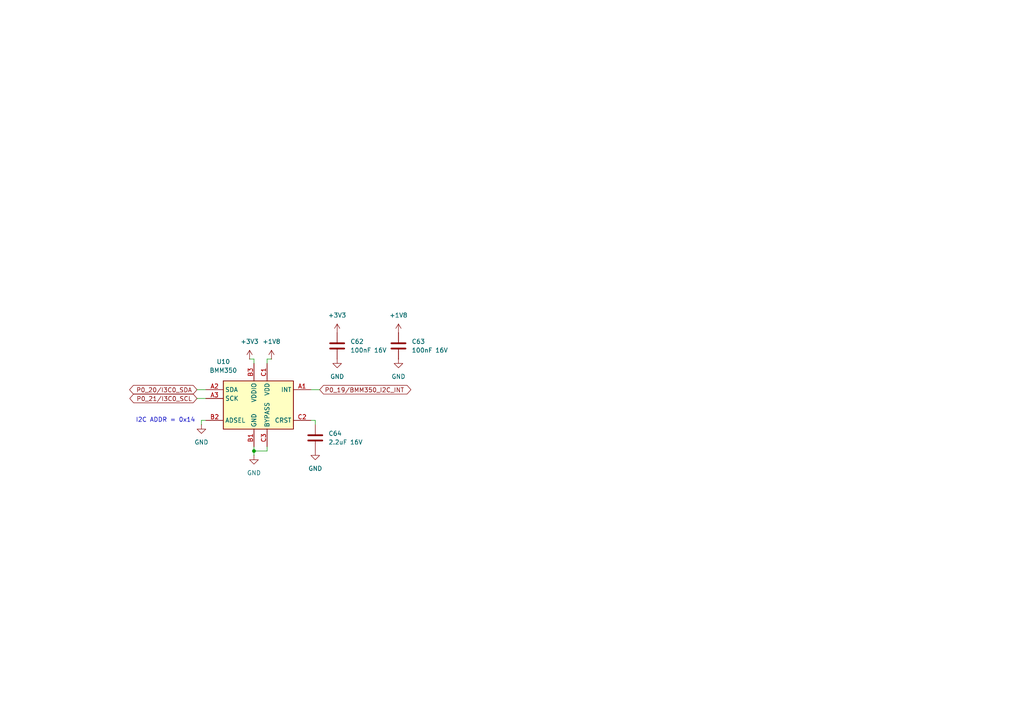
<source format=kicad_sch>
(kicad_sch (version 20250114) (generator "eeschema") (generator_version "9.0")
  (paper "A4")
  (title_block (title "MR-T1-EAP Adapter") (date "2025-08-28") (rev "X0") (company "NXP SEMICONDUCTORS B.V.") (comment 1 "Ethernet Adjacent Power Adapter") (comment 3 "DESIGNER: Iain Galloway") (comment 4 "CTO SYSTEM INNOVATIONS / MOBILE ROBOTICS DOMAIN"))
  (lib_symbols
    (symbol "Device:C" (pin_numbers (hide yes)) (pin_names (offset 0.254))
      (property "Reference" "C" (at 0.635 2.54 0))
      (property "Value" "C" (at 0.635 -2.54 0))
      (symbol "C_0_1"
        (polyline (pts (xy -2.032 0.762) (xy 2.032 0.762)) (stroke (width 0.508)))
        (polyline (pts (xy -2.032 -0.762) (xy 2.032 -0.762)) (stroke (width 0.508)))
      )
      (symbol "C_1_1"
        (pin passive line (at 0 3.81 270) (length 2.794) (name "~") (number "1"))
        (pin passive line (at 0 -3.81 90) (length 2.794) (name "~") (number "2"))
      )
    )
    (symbol "Sensors:BMM350"
      (property "Reference" "U" (at 19.304 7.62 0))
      (property "Value" "BMM350" (at 19.304 5.08 0))
      (symbol "BMM350_1_1"
        (rectangle (start 5.08 2.54) (end 25.4 -11.43) (stroke (width 0.254)) (fill (type background)))
        (pin passive line (at 0 0 0) (length 5.08) (name "SDA") (number "A2"))
        (pin passive line (at 0 -2.54 0) (length 5.08) (name "SCK") (number "A3"))
        (pin passive line (at 0 -8.89 0) (length 5.08) (name "ADSEL") (number "B2"))
        (pin passive line (at 13.97 7.62 270) (length 5.08) (name "VDDIO") (number "B3"))
        (pin passive line (at 13.97 -16.51 90) (length 5.08) (name "GND") (number "B1"))
        (pin passive line (at 17.78 7.62 270) (length 5.08) (name "VDD") (number "C1"))
        (pin passive line (at 17.78 -16.51 90) (length 5.08) (name "BYPASS") (number "C3"))
        (pin passive line (at 30.48 0 180) (length 5.08) (name "INT") (number "A1"))
        (pin passive line (at 30.48 -8.89 180) (length 5.08) (name "CRST") (number "C2"))
      )
    )
    (symbol "power:+3V3" (power) (pin_numbers (hide yes)) (pin_names (offset 0) (hide yes))
      (property "Value" "+3V3" (at 0 3.556 0))
      (symbol "+3V3_0_1"
        (polyline (pts (xy -0.762 1.27) (xy 0 2.54)))
        (polyline (pts (xy 0 2.54) (xy 0.762 1.27)))
        (polyline (pts (xy 0 0) (xy 0 2.54)))
      )
      (symbol "+3V3_1_1"
        (pin power_in line (at 0 0 90) (length 0) (name "~") (number "1"))
      )
    )
    (symbol "power:+5V" (power) (pin_numbers (hide yes)) (pin_names (offset 0) (hide yes))
      (property "Value" "+5V" (at 0 3.556 0))
      (symbol "+5V_0_1"
        (polyline (pts (xy -0.762 1.27) (xy 0 2.54)))
        (polyline (pts (xy 0 2.54) (xy 0.762 1.27)))
        (polyline (pts (xy 0 0) (xy 0 2.54)))
      )
      (symbol "+5V_1_1"
        (pin power_in line (at 0 0 90) (length 0) (name "~") (number "1"))
      )
    )
    (symbol "power:GND" (power) (pin_numbers (hide yes)) (pin_names (offset 0) (hide yes))
      (property "Value" "GND" (at 0 -3.81 0))
      (symbol "GND_0_1"
        (polyline (pts (xy 0 0) (xy 0 -1.27) (xy 1.27 -1.27) (xy 0 -2.54) (xy -1.27 -1.27) (xy 0 -1.27)))
      )
      (symbol "GND_1_1"
        (pin power_in line (at 0 0 270) (length 0) (name "~") (number "1"))
      )
    )
  )
  (text "I2C ADDR = 0x14" (at 48.006 121.92 0) (effects (font (size 1.27 1.27))))
  (junction (at 73.66 130.81))
  (wire (pts (xy 72.39 104.14) (xy 73.66 104.14)))
  (wire (pts (xy 77.47 104.14) (xy 77.47 105.41)))
  (wire (pts (xy 57.15 113.03) (xy 59.69 113.03)))
  (wire (pts (xy 73.66 104.14) (xy 73.66 105.41)))
  (wire (pts (xy 73.66 130.81) (xy 73.66 132.08)))
  (wire (pts (xy 90.17 121.92) (xy 91.44 121.92)))
  (wire (pts (xy 73.66 129.54) (xy 73.66 130.81)))
  (wire (pts (xy 91.44 121.92) (xy 91.44 123.19)))
  (wire (pts (xy 78.74 104.14) (xy 77.47 104.14)))
  (wire (pts (xy 77.47 130.81) (xy 77.47 129.54)))
  (wire (pts (xy 73.66 130.81) (xy 77.47 130.81)))
  (wire (pts (xy 58.42 121.92) (xy 58.42 123.19)))
  (wire (pts (xy 90.17 113.03) (xy 92.71 113.03)))
  (wire (pts (xy 58.42 121.92) (xy 59.69 121.92)))
  (wire (pts (xy 57.15 115.57) (xy 59.69 115.57)))
  (global_label "P0_19{slash}BMM350_I2C_INT" (shape bidirectional) (at 92.71 113.03 0) (property "Intersheetrefs" "${INTERSHEET_REFS}" (at 119.7268 113.03 0) (effects (justify left))))
  (global_label "P0_20{slash}I3C0_SDA" (shape bidirectional) (at 57.15 113.03 180) (property "Intersheetrefs" "${INTERSHEET_REFS}" (at 37.0274 113.03 0) (effects (justify right))))
  (global_label "P0_21{slash}I3C0_SCL" (shape bidirectional) (at 57.15 115.57 180) (property "Intersheetrefs" "${INTERSHEET_REFS}" (at 37.0879 115.57 0) (effects (justify right))))
  (symbol (lib_id "power:GND") (at 91.44 130.81 0) (unit 1)
    (property "Reference" "#PWR0118" (effects (hide yes)))
    (property "Value" "GND" (at 91.44 135.89 0))
    (property "Description" "Power symbol creates a global label with name \"GND\" , ground" (effects (hide yes)))
  )
  (symbol (lib_id "Device:C") (at 91.44 127 0) (unit 1)
    (property "Reference" "C64" (at 95.25 125.7299 0) (effects (justify left)))
    (property "Value" "2.2uF 16V" (at 95.25 128.2699 0) (effects (justify left)))
    (property "Footprint" "Capacitor_SMD:C_0805_2012Metric" (effects (hide yes)))
    (property "Description" "Unpolarized capacitor" (effects (hide yes)))
    (property "MF" "Murata Electronics" (effects (hide yes)))
    (property "MFPN" "GRM21BR71C225KA12L" (effects (hide yes)))
    (property "DigiKey" "490-3906-1-ND" (effects (hide yes)))
    (property "JLCPCB" "C108378" (effects (hide yes)))
  )
  (symbol (lib_id "Device:C") (at 115.57 100.33 0) (unit 1)
    (property "Reference" "C63" (at 119.38 99.0599 0) (effects (justify left)))
    (property "Value" "100nF 16V" (at 119.38 101.5999 0) (effects (justify left)))
    (property "Footprint" "Capacitor_SMD:C_0402_1005Metric" (effects (hide yes)))
    (property "Description" "Unpolarized capacitor" (effects (hide yes)))
    (property "MF" "Murata Electronics" (effects (hide yes)))
    (property "MFPN" "GRM155R71C104KA88D" (effects (hide yes)))
    (property "DigiKey" "490-3261-1-ND" (effects (hide yes)))
    (property "JLCPCB" "C71629" (effects (hide yes)))
  )
  (symbol (lib_id "power:GND") (at 97.79 104.14 0) (unit 1)
    (property "Reference" "#PWR0115" (effects (hide yes)))
    (property "Value" "GND" (at 97.79 109.22 0))
    (property "Description" "Power symbol creates a global label with name \"GND\" , ground" (effects (hide yes)))
  )
  (symbol (lib_id "power:GND") (at 115.57 104.14 0) (unit 1)
    (property "Reference" "#PWR0116" (effects (hide yes)))
    (property "Value" "GND" (at 115.57 109.22 0))
    (property "Description" "Power symbol creates a global label with name \"GND\" , ground" (effects (hide yes)))
  )
  (symbol (lib_id "power:+3V3") (at 72.39 104.14 0) (unit 1)
    (property "Reference" "#PWR0113" (effects (hide yes)))
    (property "Value" "+3V3" (at 72.39 99.06 0))
    (property "Description" "Power symbol creates a global label with name \"+3V3\"" (effects (hide yes)))
  )
  (symbol (lib_id "power:GND") (at 73.66 132.08 0) (unit 1)
    (property "Reference" "#PWR0119" (effects (hide yes)))
    (property "Value" "GND" (at 73.66 137.16 0))
    (property "Description" "Power symbol creates a global label with name \"GND\" , ground" (effects (hide yes)))
  )
  (symbol (lib_id "power:+5V") (at 115.57 96.52 0) (unit 1)
    (property "Reference" "#PWR0112" (effects (hide yes)))
    (property "Value" "+1V8" (at 115.57 91.44 0))
    (property "Description" "Power symbol creates a global label with name \"+5V\"" (effects (hide yes)))
  )
  (symbol (lib_id "power:GND") (at 58.42 123.19 0) (unit 1)
    (property "Reference" "#PWR0117" (effects (hide yes)))
    (property "Value" "GND" (at 58.42 128.27 0))
    (property "Description" "Power symbol creates a global label with name \"GND\" , ground" (effects (hide yes)))
  )
  (symbol (lib_id "power:+5V") (at 78.74 104.14 0) (unit 1)
    (property "Reference" "#PWR0114" (effects (hide yes)))
    (property "Value" "+1V8" (at 78.74 99.06 0))
    (property "Description" "Power symbol creates a global label with name \"+5V\"" (effects (hide yes)))
  )
  (symbol (lib_id "Device:C") (at 97.79 100.33 0) (unit 1)
    (property "Reference" "C62" (at 101.6 99.0599 0) (effects (justify left)))
    (property "Value" "100nF 16V" (at 101.6 101.5999 0) (effects (justify left)))
    (property "Footprint" "Capacitor_SMD:C_0402_1005Metric" (effects (hide yes)))
    (property "Description" "Unpolarized capacitor" (effects (hide yes)))
    (property "MF" "Murata Electronics" (effects (hide yes)))
    (property "MFPN" "GRM155R71C104KA88D" (effects (hide yes)))
    (property "DigiKey" "490-3261-1-ND" (effects (hide yes)))
    (property "JLCPCB" "C71629" (effects (hide yes)))
  )
  (symbol (lib_id "power:+3V3") (at 97.79 96.52 0) (unit 1)
    (property "Reference" "#PWR0111" (effects (hide yes)))
    (property "Value" "+3V3" (at 97.79 91.44 0))
    (property "Description" "Power symbol creates a global label with name \"+3V3\"" (effects (hide yes)))
  )
  (symbol (lib_id "Sensors:BMM350") (at 59.69 113.03 0) (unit 1)
    (property "Reference" "U10" (at 64.77 104.902 0))
    (property "Value" "BMM350" (at 64.77 107.442 0))
    (property "Footprint" "Sensors:BGA9C40P3X3_128X128X54" (effects (hide yes)))
    (property "Datasheet" "https://www.bosch-sensortec.com/media/boschsensortec/downloads/datasheets/bst-bmm350-ds001.pdf" (effects (hide yes)))
    (property "Description" "Board Mount Hall Effect / Magnetic Sensors High-Performance Magnometer" (effects (hide yes)))
    (property "MF" "Bosch Sensortec" (effects (hide yes)))
    (property "MFPN" "BMM350" (effects (hide yes)))
    (property "JLCPCB" "C17225907" (effects (hide yes)))
    (property "DigiKey" "828-BMM350CT-ND" (effects (hide yes)))
  )
)
</source>
